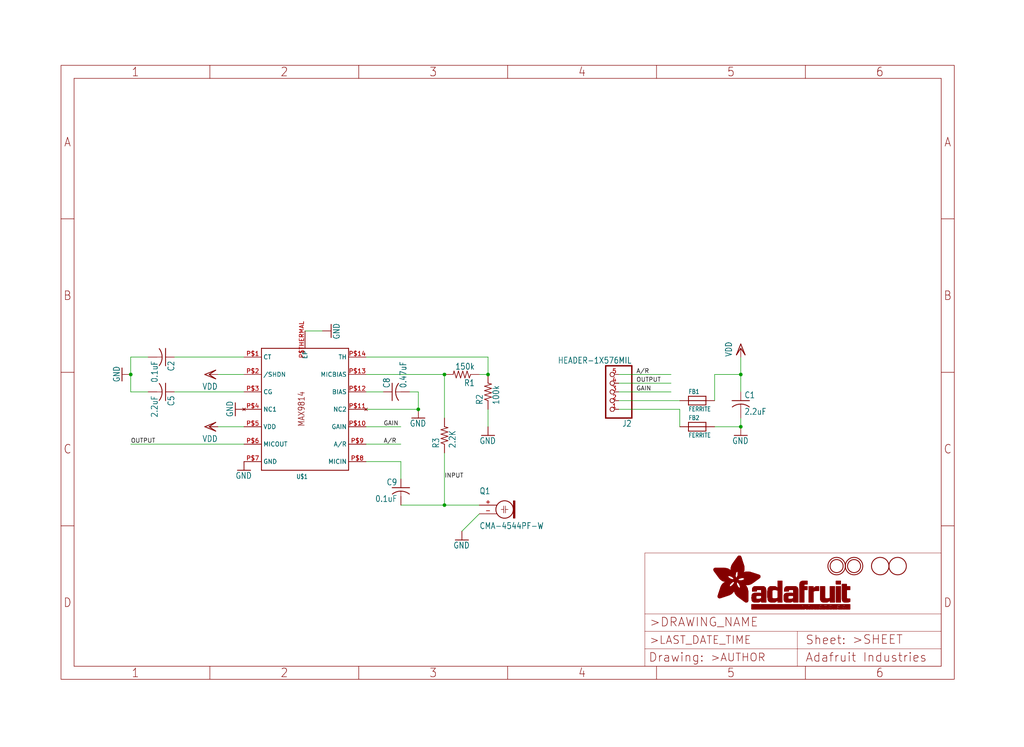
<source format=kicad_sch>
(kicad_sch (version 20211123) (generator eeschema)
  (paper "User" 298.45 217.881)
  (lib_symbols
    (symbol "schematicEagle-eagle-import:C-USC0805K"
      (property "Reference" "C" (at 1.016 0.635 0))
      (property "Value" "C-USC0805K" (at 1.016 -4.191 0))
      (symbol "C-USC0805K_1_0"
        (pin passive line (at 0 2.54 270) (length 2.54) (name "1") (number "1"))
        (pin passive line (at 0 -5.08 90) (length 2.54) (name "2") (number "2"))
      )
    )
    (symbol "schematicEagle-eagle-import:ELECTRET"
      (property "Reference" "Q" (at -5.08 -7.62 0))
      (property "Value" "ELECTRET" (at -5.08 2.54 0))
      (symbol "ELECTRET_1_0"
        (pin passive line (at -5.08 -2.54 0) (length 5.08) (name "2") (number "+"))
        (pin passive line (at -5.08 0 0) (length 5.08) (name "1") (number "-"))
      )
    )
    (symbol "schematicEagle-eagle-import:FERRITE0805"
      (property "Reference" "FB" (at -2.54 1.905 0))
      (property "Value" "FERRITE0805" (at -2.54 -3.175 0))
      (symbol "FERRITE0805_1_0"
        (pin bidirectional line (at -5.08 0 0) (length 2.54) (name "P$1") (number "1"))
        (pin bidirectional line (at 5.08 0 180) (length 2.54) (name "P$2") (number "2"))
      )
    )
    (symbol "schematicEagle-eagle-import:FIDUCIAL")
    (symbol "schematicEagle-eagle-import:FRAME_A4_ADAFRUIT"
      (symbol "FRAME_A4_ADAFRUIT_0_0"
        (text "1" (at 21.6958 1.905 0) (effects (font (size 2.54 2.286))))
        (text "1" (at 21.6958 177.165 0) (effects (font (size 2.54 2.286))))
        (text "2" (at 65.0875 1.905 0) (effects (font (size 2.54 2.286))))
        (text "2" (at 65.0875 177.165 0) (effects (font (size 2.54 2.286))))
        (text "3" (at 108.4792 1.905 0) (effects (font (size 2.54 2.286))))
        (text "3" (at 108.4792 177.165 0) (effects (font (size 2.54 2.286))))
        (text "4" (at 151.8708 1.905 0) (effects (font (size 2.54 2.286))))
        (text "4" (at 151.8708 177.165 0) (effects (font (size 2.54 2.286))))
        (text "5" (at 195.2625 1.905 0) (effects (font (size 2.54 2.286))))
        (text "5" (at 195.2625 177.165 0) (effects (font (size 2.54 2.286))))
        (text "6" (at 238.6542 1.905 0) (effects (font (size 2.54 2.286))))
        (text "6" (at 238.6542 177.165 0) (effects (font (size 2.54 2.286))))
        (text "A" (at 1.905 156.6863 0) (effects (font (size 2.54 2.286))))
        (text "A" (at 258.445 156.6863 0) (effects (font (size 2.54 2.286))))
        (text "B" (at 1.905 111.9188 0) (effects (font (size 2.54 2.286))))
        (text "B" (at 258.445 111.9188 0) (effects (font (size 2.54 2.286))))
        (text "C" (at 1.905 67.1513 0) (effects (font (size 2.54 2.286))))
        (text "C" (at 258.445 67.1513 0) (effects (font (size 2.54 2.286))))
        (text "D" (at 1.905 22.3838 0) (effects (font (size 2.54 2.286))))
        (text "D" (at 258.445 22.3838 0) (effects (font (size 2.54 2.286))))
      )
      (symbol "FRAME_A4_ADAFRUIT_1_0"
        (text ">AUTHOR" (at 189.23 5.08 0) (effects (font (size 2.286 2.286)) (justify left bottom)))
        (text ">DRAWING_NAME" (at 171.45 15.24 0) (effects (font (size 2.54 2.54)) (justify left bottom)))
        (text ">LAST_DATE_TIME" (at 171.45 10.16 0) (effects (font (size 2.286 2.286)) (justify left bottom)))
        (text ">SHEET" (at 230.505 10.16 0) (effects (font (size 2.54 2.54)) (justify left bottom)))
        (text "Adafruit Industries" (at 216.916 4.953 0) (effects (font (size 2.54 2.54)) (justify left bottom)))
        (text "Drawing:" (at 171.196 4.953 0) (effects (font (size 2.54 2.54)) (justify left bottom)))
        (text "Sheet:" (at 216.916 10.033 0) (effects (font (size 2.54 2.54)) (justify left bottom)))
      )
    )
    (symbol "schematicEagle-eagle-import:GND" (power)
      (property "Value" "GND" (at -2.54 -2.54 0))
      (symbol "GND_1_0"
        (pin power_in line (at 0 2.54 270) (length 2.54) (name "GND") (number "1"))
      )
    )
    (symbol "schematicEagle-eagle-import:HEADER-1X576MIL"
      (property "Reference" "JP" (at -6.35 8.255 0))
      (property "Value" "HEADER-1X576MIL" (at -6.35 -10.16 0))
      (symbol "HEADER-1X576MIL_1_0"
        (pin passive inverted (at -2.54 5.08 0) (length 2.54) (name "1") (number "1"))
        (pin passive inverted (at -2.54 2.54 0) (length 2.54) (name "2") (number "2"))
        (pin passive inverted (at -2.54 0 0) (length 2.54) (name "3") (number "3"))
        (pin passive inverted (at -2.54 -2.54 0) (length 2.54) (name "4") (number "4"))
        (pin passive inverted (at -2.54 -5.08 0) (length 2.54) (name "5") (number "5"))
      )
    )
    (symbol "schematicEagle-eagle-import:MAX9814TDFN14"
      (symbol "MAX9814TDFN14_1_0"
        (text "MAX9814" (at 0 -5.08 900) (effects (font (size 1.778 1.5113)) (justify left bottom)))
        (pin bidirectional line (at -17.78 15.24 0) (length 5.08) (name "CT") (number "P$1"))
        (pin bidirectional line (at 17.78 -5.08 180) (length 5.08) (name "GAIN") (number "P$10"))
        (pin no_connect line (at 17.78 0 180) (length 5.08) (name "NC2") (number "P$11"))
        (pin bidirectional line (at 17.78 5.08 180) (length 5.08) (name "BIAS") (number "P$12"))
        (pin bidirectional line (at 17.78 10.16 180) (length 5.08) (name "MICBIAS") (number "P$13"))
        (pin bidirectional line (at 17.78 15.24 180) (length 5.08) (name "TH") (number "P$14"))
        (pin bidirectional line (at -17.78 10.16 0) (length 5.08) (name "/SHDN") (number "P$2"))
        (pin bidirectional line (at -17.78 5.08 0) (length 5.08) (name "CG") (number "P$3"))
        (pin no_connect line (at -17.78 0 0) (length 5.08) (name "NC1") (number "P$4"))
        (pin bidirectional line (at -17.78 -5.08 0) (length 5.08) (name "VDD") (number "P$5"))
        (pin bidirectional line (at -17.78 -10.16 0) (length 5.08) (name "MICOUT") (number "P$6"))
        (pin bidirectional line (at -17.78 -15.24 0) (length 5.08) (name "GND") (number "P$7"))
        (pin bidirectional line (at 17.78 -15.24 180) (length 5.08) (name "MICIN") (number "P$8"))
        (pin bidirectional line (at 17.78 -10.16 180) (length 5.08) (name "A/R") (number "P$9"))
        (pin bidirectional line (at 0 22.86 270) (length 5.08) (name "EP") (number "P$THERMAL"))
      )
    )
    (symbol "schematicEagle-eagle-import:MOUNTINGHOLE2.0")
    (symbol "schematicEagle-eagle-import:R-US_R0805"
      (property "Reference" "R" (at -3.81 1.4986 0))
      (property "Value" "R-US_R0805" (at -3.81 -3.302 0))
      (symbol "R-US_R0805_1_0"
        (pin passive line (at -5.08 0 0) (length 2.54) (name "1") (number "1"))
        (pin passive line (at 5.08 0 180) (length 2.54) (name "2") (number "2"))
      )
    )
    (symbol "schematicEagle-eagle-import:VDD" (power)
      (property "Value" "VDD" (at -2.54 -2.54 90))
      (symbol "VDD_1_0"
        (pin power_in line (at 0 -2.54 90) (length 2.54) (name "VDD") (number "1"))
      )
    )
  )
  (junction (at 38.1 109.22))
  (junction (at 129.54 147.32))
  (junction (at 215.9 109.22))
  (junction (at 121.92 119.38))
  (junction (at 215.9 124.46))
  (junction (at 129.54 109.22))
  (junction (at 142.24 109.22))
  (wire (pts (xy 116.84 134.62) (xy 106.68 134.62)))
  (wire (pts (xy 121.92 119.38) (xy 121.92 114.3)))
  (wire (pts (xy 215.9 109.22) (xy 215.9 104.14)))
  (wire (pts (xy 198.12 124.46) (xy 198.12 119.38)))
  (wire (pts (xy 116.84 147.32) (xy 129.54 147.32)))
  (wire (pts (xy 116.84 139.7) (xy 116.84 134.62)))
  (wire (pts (xy 38.1 104.14) (xy 38.1 109.22)))
  (wire (pts (xy 63.5 124.46) (xy 71.12 124.46)))
  (wire (pts (xy 106.68 109.22) (xy 129.54 109.22)))
  (wire (pts (xy 43.18 104.14) (xy 38.1 104.14)))
  (wire (pts (xy 208.28 109.22) (xy 208.28 116.84)))
  (wire (pts (xy 63.5 109.22) (xy 71.12 109.22)))
  (wire (pts (xy 180.34 111.76) (xy 195.58 111.76)))
  (wire (pts (xy 129.54 109.22) (xy 129.54 121.92)))
  (wire (pts (xy 93.98 96.52) (xy 88.9 96.52)))
  (wire (pts (xy 142.24 124.46) (xy 142.24 119.38)))
  (wire (pts (xy 121.92 114.3) (xy 119.38 114.3)))
  (wire (pts (xy 215.9 109.22) (xy 208.28 109.22)))
  (wire (pts (xy 50.8 114.3) (xy 71.12 114.3)))
  (wire (pts (xy 142.24 109.22) (xy 139.7 109.22)))
  (wire (pts (xy 180.34 109.22) (xy 195.58 109.22)))
  (wire (pts (xy 129.54 132.08) (xy 129.54 147.32)))
  (wire (pts (xy 38.1 114.3) (xy 43.18 114.3)))
  (wire (pts (xy 215.9 121.92) (xy 215.9 124.46)))
  (wire (pts (xy 38.1 109.22) (xy 38.1 114.3)))
  (wire (pts (xy 180.34 114.3) (xy 195.58 114.3)))
  (wire (pts (xy 50.8 104.14) (xy 71.12 104.14)))
  (wire (pts (xy 198.12 119.38) (xy 180.34 119.38)))
  (wire (pts (xy 71.12 129.54) (xy 38.1 129.54)))
  (wire (pts (xy 106.68 124.46) (xy 116.84 124.46)))
  (wire (pts (xy 106.68 104.14) (xy 142.24 104.14)))
  (wire (pts (xy 121.92 119.38) (xy 106.68 119.38)))
  (wire (pts (xy 134.62 154.94) (xy 139.7 149.86)))
  (wire (pts (xy 111.76 114.3) (xy 106.68 114.3)))
  (wire (pts (xy 215.9 114.3) (xy 215.9 109.22)))
  (wire (pts (xy 129.54 147.32) (xy 139.7 147.32)))
  (wire (pts (xy 215.9 124.46) (xy 208.28 124.46)))
  (wire (pts (xy 198.12 116.84) (xy 180.34 116.84)))
  (wire (pts (xy 142.24 104.14) (xy 142.24 109.22)))
  (wire (pts (xy 106.68 129.54) (xy 116.84 129.54)))
  (label "INPUT" (at 129.54 139.7 0) (effects (font (size 1.2446 1.2446))))
  (label "OUTPUT" (at 38.1 129.54 0) (effects (font (size 1.2446 1.2446))))
  (label "A/R" (at 111.76 129.54 0) (effects (font (size 1.2446 1.2446))))
  (label "GAIN" (at 185.42 114.3 0) (effects (font (size 1.2446 1.2446))))
  (label "A/R" (at 185.42 109.22 0) (effects (font (size 1.2446 1.2446))))
  (label "OUTPUT" (at 185.42 111.76 0) (effects (font (size 1.2446 1.2446))))
  (label "GAIN" (at 111.76 124.46 0) (effects (font (size 1.2446 1.2446))))
  (symbol (lib_id "schematicEagle-eagle-import:HEADER-1X576MIL") (at 177.8 114.3 180) (unit 1)
    (property "Reference" "J2" (at 184.15 122.555 0) (effects (font (size 1.778 1.5113)) (justify left bottom)))
    (property "Value" "HEADER-1X576MIL" (at 184.15 104.14 0) (effects (font (size 1.778 1.5113)) (justify left bottom)))
    (property "Footprint" "schematicEagle:1X05_ROUND_76" (effects hide))
  )
  (symbol (lib_id "schematicEagle-eagle-import:ELECTRET") (at 144.78 149.86 0) (mirror x) (unit 1)
    (property "Reference" "Q1" (at 139.7 142.24 0) (effects (font (size 1.778 1.5113)) (justify left bottom)))
    (property "Value" "CMA-4544PF-W" (at 139.7 152.4 0) (effects (font (size 1.778 1.5113)) (justify left bottom)))
    (property "Footprint" "schematicEagle:9.7ELECTRET" (effects hide))
  )
  (symbol (lib_id "schematicEagle-eagle-import:FIDUCIAL") (at 256.54 165.1 0) (unit 1)
    (property "Reference" "U$3" (effects hide))
    (property "Value" "FIDUCIAL" (effects hide))
    (property "Footprint" "schematicEagle:FIDUCIAL_1MM" (effects hide))
  )
  (symbol (lib_id "schematicEagle-eagle-import:VDD") (at 60.96 109.22 90) (unit 1)
    (property "Reference" "#VDD9" (effects hide))
    (property "Value" "VDD" (at 63.5 111.76 90) (effects (font (size 1.778 1.5113)) (justify left bottom)))
    (property "Footprint" "schematicEagle:" (effects hide))
  )
  (symbol (lib_id "schematicEagle-eagle-import:R-US_R0805") (at 142.24 114.3 90) (unit 1)
    (property "Reference" "R2" (at 140.7414 118.11 0) (effects (font (size 1.778 1.5113)) (justify left bottom)))
    (property "Value" "100k" (at 145.542 118.11 0) (effects (font (size 1.778 1.5113)) (justify left bottom)))
    (property "Footprint" "schematicEagle:R0805" (effects hide))
  )
  (symbol (lib_id "schematicEagle-eagle-import:VDD") (at 215.9 101.6 0) (unit 1)
    (property "Reference" "#VDD1" (effects hide))
    (property "Value" "VDD" (at 213.36 104.14 90) (effects (font (size 1.778 1.5113)) (justify left bottom)))
    (property "Footprint" "schematicEagle:" (effects hide))
  )
  (symbol (lib_id "schematicEagle-eagle-import:GND") (at 35.56 109.22 270) (unit 1)
    (property "Reference" "#GND8" (effects hide))
    (property "Value" "GND" (at 33.02 106.68 0) (effects (font (size 1.778 1.5113)) (justify left bottom)))
    (property "Footprint" "schematicEagle:" (effects hide))
  )
  (symbol (lib_id "schematicEagle-eagle-import:C-USC0805K") (at 48.26 104.14 270) (unit 1)
    (property "Reference" "C2" (at 48.895 105.156 0) (effects (font (size 1.778 1.5113)) (justify left bottom)))
    (property "Value" "0.1uF" (at 44.069 105.156 0) (effects (font (size 1.778 1.5113)) (justify left bottom)))
    (property "Footprint" "schematicEagle:C0805K" (effects hide))
  )
  (symbol (lib_id "schematicEagle-eagle-import:R-US_R0805") (at 129.54 127 90) (unit 1)
    (property "Reference" "R3" (at 128.0414 130.81 0) (effects (font (size 1.778 1.5113)) (justify left bottom)))
    (property "Value" "2.2K" (at 132.842 130.81 0) (effects (font (size 1.778 1.5113)) (justify left bottom)))
    (property "Footprint" "schematicEagle:R0805" (effects hide))
  )
  (symbol (lib_id "schematicEagle-eagle-import:MAX9814TDFN14") (at 88.9 119.38 0) (unit 1)
    (property "Reference" "U$1" (at 86.36 139.7 0) (effects (font (size 1.27 1.0795)) (justify left bottom)))
    (property "Value" "MAX9814TDFN14" (effects hide))
    (property "Footprint" "schematicEagle:TDFN14_3X3MM" (effects hide))
  )
  (symbol (lib_id "schematicEagle-eagle-import:GND") (at 121.92 121.92 0) (unit 1)
    (property "Reference" "#GND12" (effects hide))
    (property "Value" "GND" (at 119.38 124.46 0) (effects (font (size 1.778 1.5113)) (justify left bottom)))
    (property "Footprint" "schematicEagle:" (effects hide))
  )
  (symbol (lib_id "schematicEagle-eagle-import:GND") (at 71.12 137.16 0) (unit 1)
    (property "Reference" "#GND10" (effects hide))
    (property "Value" "GND" (at 68.58 139.7 0) (effects (font (size 1.778 1.5113)) (justify left bottom)))
    (property "Footprint" "schematicEagle:" (effects hide))
  )
  (symbol (lib_id "schematicEagle-eagle-import:GND") (at 142.24 127 0) (unit 1)
    (property "Reference" "#GND9" (effects hide))
    (property "Value" "GND" (at 139.7 129.54 0) (effects (font (size 1.778 1.5113)) (justify left bottom)))
    (property "Footprint" "schematicEagle:" (effects hide))
  )
  (symbol (lib_id "schematicEagle-eagle-import:C-USC0805K") (at 215.9 116.84 0) (unit 1)
    (property "Reference" "C1" (at 216.916 116.205 0) (effects (font (size 1.778 1.5113)) (justify left bottom)))
    (property "Value" "2.2uF" (at 216.916 121.031 0) (effects (font (size 1.778 1.5113)) (justify left bottom)))
    (property "Footprint" "schematicEagle:C0805K" (effects hide))
  )
  (symbol (lib_id "schematicEagle-eagle-import:C-USC0805K") (at 114.3 114.3 90) (unit 1)
    (property "Reference" "C8" (at 113.665 113.284 0) (effects (font (size 1.778 1.5113)) (justify left bottom)))
    (property "Value" "0.47uF" (at 118.491 113.284 0) (effects (font (size 1.778 1.5113)) (justify left bottom)))
    (property "Footprint" "schematicEagle:C0805K" (effects hide))
  )
  (symbol (lib_id "schematicEagle-eagle-import:FERRITE0805") (at 203.2 116.84 0) (unit 1)
    (property "Reference" "FB1" (at 200.66 114.935 0) (effects (font (size 1.27 1.0795)) (justify left bottom)))
    (property "Value" "FERRITE" (at 200.66 120.015 0) (effects (font (size 1.27 1.0795)) (justify left bottom)))
    (property "Footprint" "schematicEagle:0805" (effects hide))
  )
  (symbol (lib_id "schematicEagle-eagle-import:GND") (at 215.9 127 0) (unit 1)
    (property "Reference" "#GND1" (effects hide))
    (property "Value" "GND" (at 213.36 129.54 0) (effects (font (size 1.778 1.5113)) (justify left bottom)))
    (property "Footprint" "schematicEagle:" (effects hide))
  )
  (symbol (lib_id "schematicEagle-eagle-import:FRAME_A4_ADAFRUIT") (at 17.78 198.12 0) (unit 1)
    (property "Reference" "#U$7" (effects hide))
    (property "Value" "FRAME_A4_ADAFRUIT" (effects hide))
    (property "Footprint" "schematicEagle:" (effects hide))
  )
  (symbol (lib_id "schematicEagle-eagle-import:C-USC0805K") (at 48.26 114.3 270) (unit 1)
    (property "Reference" "C5" (at 48.895 115.316 0) (effects (font (size 1.778 1.5113)) (justify left bottom)))
    (property "Value" "2.2uF" (at 44.069 115.316 0) (effects (font (size 1.778 1.5113)) (justify left bottom)))
    (property "Footprint" "schematicEagle:C0805K" (effects hide))
  )
  (symbol (lib_id "schematicEagle-eagle-import:FIDUCIAL") (at 261.62 165.1 0) (unit 1)
    (property "Reference" "U$2" (effects hide))
    (property "Value" "FIDUCIAL" (effects hide))
    (property "Footprint" "schematicEagle:FIDUCIAL_1MM" (effects hide))
  )
  (symbol (lib_id "schematicEagle-eagle-import:MOUNTINGHOLE2.0") (at 243.84 165.1 0) (unit 1)
    (property "Reference" "U$5" (effects hide))
    (property "Value" "MOUNTINGHOLE2.0" (effects hide))
    (property "Footprint" "schematicEagle:MOUNTINGHOLE_2.0_PLATED" (effects hide))
  )
  (symbol (lib_id "schematicEagle-eagle-import:GND") (at 96.52 96.52 90) (unit 1)
    (property "Reference" "#GND2" (effects hide))
    (property "Value" "GND" (at 99.06 99.06 0) (effects (font (size 1.778 1.5113)) (justify left bottom)))
    (property "Footprint" "schematicEagle:" (effects hide))
  )
  (symbol (lib_id "schematicEagle-eagle-import:VDD") (at 60.96 124.46 90) (unit 1)
    (property "Reference" "#VDD8" (effects hide))
    (property "Value" "VDD" (at 63.5 127 90) (effects (font (size 1.778 1.5113)) (justify left bottom)))
    (property "Footprint" "schematicEagle:" (effects hide))
  )
  (symbol (lib_id "schematicEagle-eagle-import:FERRITE0805") (at 203.2 124.46 0) (unit 1)
    (property "Reference" "FB2" (at 200.66 122.555 0) (effects (font (size 1.27 1.0795)) (justify left bottom)))
    (property "Value" "FERRITE" (at 200.66 127.635 0) (effects (font (size 1.27 1.0795)) (justify left bottom)))
    (property "Footprint" "schematicEagle:0805" (effects hide))
  )
  (symbol (lib_id "schematicEagle-eagle-import:R-US_R0805") (at 134.62 109.22 180) (unit 1)
    (property "Reference" "R1" (at 138.43 110.7186 0) (effects (font (size 1.778 1.5113)) (justify left bottom)))
    (property "Value" "150k" (at 138.43 105.918 0) (effects (font (size 1.778 1.5113)) (justify left bottom)))
    (property "Footprint" "schematicEagle:R0805" (effects hide))
  )
  (symbol (lib_id "schematicEagle-eagle-import:GND") (at 134.62 157.48 0) (unit 1)
    (property "Reference" "#GND5" (effects hide))
    (property "Value" "GND" (at 132.08 160.02 0) (effects (font (size 1.778 1.5113)) (justify left bottom)))
    (property "Footprint" "schematicEagle:" (effects hide))
  )
  (symbol (lib_id "schematicEagle-eagle-import:C-USC0805K") (at 116.84 142.24 0) (mirror y) (unit 1)
    (property "Reference" "C9" (at 115.824 141.605 0) (effects (font (size 1.778 1.5113)) (justify left bottom)))
    (property "Value" "0.1uF" (at 115.824 146.431 0) (effects (font (size 1.778 1.5113)) (justify left bottom)))
    (property "Footprint" "schematicEagle:C0805K" (effects hide))
  )
  (symbol (lib_id "schematicEagle-eagle-import:GND") (at 68.58 119.38 270) (unit 1)
    (property "Reference" "#GND6" (effects hide))
    (property "Value" "GND" (at 66.04 116.84 0) (effects (font (size 1.778 1.5113)) (justify left bottom)))
    (property "Footprint" "schematicEagle:" (effects hide))
  )
  (symbol (lib_id "schematicEagle-eagle-import:MOUNTINGHOLE2.0") (at 248.92 165.1 0) (unit 1)
    (property "Reference" "U$4" (effects hide))
    (property "Value" "MOUNTINGHOLE2.0" (effects hide))
    (property "Footprint" "schematicEagle:MOUNTINGHOLE_2.0_PLATED" (effects hide))
  )
)
</source>
